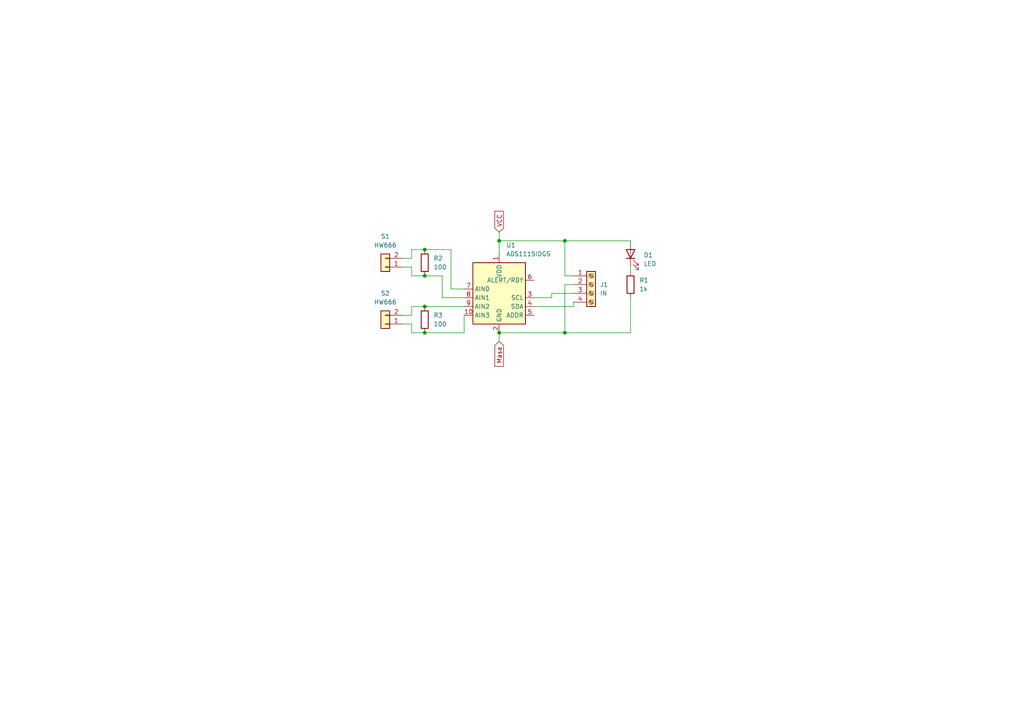
<source format=kicad_sch>
(kicad_sch (version 20230121) (generator eeschema)
  (paper "A4")
  (lib_symbols
    (symbol "Analog_ADC:ADS1115IDGS"
      (property "Reference" "U1" (at 2.0194 15.24 0))
      (property "Value" "ADS1115IDGS" (at 2.0194 12.7 0))
      (symbol "ADS1115IDGS_0_1"
        (rectangle (start -7.62 10.16) (end 7.62 -7.62) (stroke (width 0.254)) (fill (type background)))
      )
      (symbol "ADS1115IDGS_1_1"
        (pin power_in line (at 0 12.7 270) (length 2.54) (name "VDD") (number "1"))
        (pin input line (at -10.16 -5.08 0) (length 2.54) (name "AIN3") (number "10"))
        (pin power_in line (at 0 -10.16 90) (length 2.54) (name "GND") (number "2"))
        (pin input line (at 10.16 0 180) (length 2.54) (name "SCL") (number "3"))
        (pin bidirectional line (at 10.16 -2.54 180) (length 2.54) (name "SDA") (number "4"))
        (pin input line (at 10.16 -5.08 180) (length 2.54) (name "ADDR") (number "5"))
        (pin output line (at 10.16 5.08 180) (length 2.54) (name "ALERT/RDY") (number "6"))
        (pin input line (at -10.16 2.54 0) (length 2.54) (name "AIN0") (number "7"))
        (pin input line (at -10.16 0 0) (length 2.54) (name "AIN1") (number "8"))
        (pin input line (at -10.16 -2.54 0) (length 2.54) (name "AIN2") (number "9"))
      )
    )
    (symbol "Conn_01x02_1" (pin_names (offset 1.016) hide)
      (property "Reference" "S1" (at 0 -8.89 0))
      (property "Value" "HW666" (at 0 -6.35 0))
      (symbol "Conn_01x02_1_1_1"
        (rectangle (start -1.27 -2.413) (end 0 -2.667) (stroke (width 0.1524)))
        (rectangle (start -1.27 0.127) (end 0 -0.127) (stroke (width 0.1524)))
        (rectangle (start -1.27 1.27) (end 1.27 -3.81) (stroke (width 0.254)) (fill (type background)))
        (pin passive line (at -5.08 0 0) (length 3.81) (name "Pin_1") (number "1"))
        (pin passive line (at -5.08 -2.54 0) (length 3.81) (name "Pin_2") (number "2"))
      )
    )
    (symbol "Connector:Screw_Terminal_01x04" (pin_names (offset 1.016) hide)
      (property "Reference" "J" (at 0 5.08 0))
      (property "Value" "Screw_Terminal_01x04" (at 0 -7.62 0))
      (symbol "Screw_Terminal_01x04_1_1"
        (rectangle (start -1.27 3.81) (end 1.27 -6.35) (stroke (width 0.254)) (fill (type background)))
        (circle (center 0 -5.08) (radius 0.635) (stroke (width 0.1524)))
        (circle (center 0 -2.54) (radius 0.635) (stroke (width 0.1524)))
        (polyline (pts (xy -0.5334 -4.7498) (xy 0.3302 -5.588)) (stroke (width 0.1524)))
        (polyline (pts (xy -0.5334 -2.2098) (xy 0.3302 -3.048)) (stroke (width 0.1524)))
        (polyline (pts (xy -0.5334 0.3302) (xy 0.3302 -0.508)) (stroke (width 0.1524)))
        (polyline (pts (xy -0.5334 2.8702) (xy 0.3302 2.032)) (stroke (width 0.1524)))
        (polyline (pts (xy -0.3556 -4.572) (xy 0.508 -5.4102)) (stroke (width 0.1524)))
        (polyline (pts (xy -0.3556 -2.032) (xy 0.508 -2.8702)) (stroke (width 0.1524)))
        (polyline (pts (xy -0.3556 0.508) (xy 0.508 -0.3302)) (stroke (width 0.1524)))
        (polyline (pts (xy -0.3556 3.048) (xy 0.508 2.2098)) (stroke (width 0.1524)))
        (circle (center 0 0) (radius 0.635) (stroke (width 0.1524)))
        (circle (center 0 2.54) (radius 0.635) (stroke (width 0.1524)))
        (pin passive line (at -5.08 2.54 0) (length 3.81) (name "Pin_1") (number "1"))
        (pin passive line (at -5.08 0 0) (length 3.81) (name "Pin_2") (number "2"))
        (pin passive line (at -5.08 -2.54 0) (length 3.81) (name "Pin_3") (number "3"))
        (pin passive line (at -5.08 -5.08 0) (length 3.81) (name "Pin_4") (number "4"))
      )
    )
    (symbol "Connector_Generic:Conn_01x02" (pin_names (offset 1.016) hide)
      (property "Reference" "S2" (at 0 -8.89 0))
      (property "Value" "HW666" (at 0 -6.35 0))
      (symbol "Conn_01x02_1_1"
        (rectangle (start -1.27 -2.413) (end 0 -2.667) (stroke (width 0.1524)))
        (rectangle (start -1.27 0.127) (end 0 -0.127) (stroke (width 0.1524)))
        (rectangle (start -1.27 1.27) (end 1.27 -3.81) (stroke (width 0.254)) (fill (type background)))
        (pin passive line (at -5.08 0 0) (length 3.81) (name "Pin_1") (number "1"))
        (pin passive line (at -5.08 -2.54 0) (length 3.81) (name "Pin_2") (number "2"))
      )
    )
    (symbol "Device:LED" (pin_numbers hide) (pin_names (offset 1.016) hide)
      (property "Reference" "D" (at 0 2.54 0))
      (property "Value" "LED" (at 0 -2.54 0))
      (symbol "LED_0_1"
        (polyline (pts (xy -1.27 -1.27) (xy -1.27 1.27)) (stroke (width 0.254)))
        (polyline (pts (xy -1.27 0) (xy 1.27 0)))
        (polyline (pts (xy 1.27 -1.27) (xy 1.27 1.27) (xy -1.27 0) (xy 1.27 -1.27)) (stroke (width 0.254)))
        (polyline (pts (xy -3.048 -0.762) (xy -4.572 -2.286) (xy -3.81 -2.286) (xy -4.572 -2.286) (xy -4.572 -1.524)))
        (polyline (pts (xy -1.778 -0.762) (xy -3.302 -2.286) (xy -2.54 -2.286) (xy -3.302 -2.286) (xy -3.302 -1.524)))
      )
      (symbol "LED_1_1"
        (pin passive line (at -3.81 0 0) (length 2.54) (name "K") (number "1"))
        (pin passive line (at 3.81 0 180) (length 2.54) (name "A") (number "2"))
      )
    )
    (symbol "Device:R" (pin_numbers hide) (pin_names (offset 0))
      (property "Reference" "R" (at 2.032 0 90))
      (property "Value" "R" (at 0 0 90))
      (symbol "R_0_1"
        (rectangle (start -1.016 -2.54) (end 1.016 2.54) (stroke (width 0.254)))
      )
      (symbol "R_1_1"
        (pin passive line (at 0 3.81 270) (length 1.27) (name "~") (number "1"))
        (pin passive line (at 0 -3.81 90) (length 1.27) (name "~") (number "2"))
      )
    )
  )
  (junction (at 123.19 80.01))
  (junction (at 144.78 96.52))
  (junction (at 123.19 96.52))
  (junction (at 123.19 88.9))
  (junction (at 163.83 69.85))
  (junction (at 144.78 69.85))
  (junction (at 163.83 96.52))
  (junction (at 123.19 72.39))
  (wire (pts (xy 163.83 82.55) (xy 163.83 96.52)))
  (wire (pts (xy 119.38 80.01) (xy 123.19 80.01)))
  (wire (pts (xy 134.62 96.52) (xy 123.19 96.52)))
  (wire (pts (xy 134.62 86.36) (xy 128.27 86.36)))
  (wire (pts (xy 166.37 85.09) (xy 160.02 85.09)))
  (wire (pts (xy 119.38 93.98) (xy 119.38 96.52)))
  (wire (pts (xy 144.78 67.31) (xy 144.78 69.85)))
  (wire (pts (xy 119.38 77.47) (xy 119.38 80.01)))
  (wire (pts (xy 119.38 88.9) (xy 123.19 88.9)))
  (wire (pts (xy 144.78 73.66) (xy 144.78 69.85)))
  (wire (pts (xy 182.88 86.36) (xy 182.88 96.52)))
  (wire (pts (xy 134.62 91.44) (xy 134.62 96.52)))
  (wire (pts (xy 130.81 72.39) (xy 123.19 72.39)))
  (wire (pts (xy 166.37 80.01) (xy 163.83 80.01)))
  (wire (pts (xy 144.78 96.52) (xy 163.83 96.52)))
  (wire (pts (xy 123.19 88.9) (xy 134.62 88.9)))
  (wire (pts (xy 128.27 86.36) (xy 128.27 80.01)))
  (wire (pts (xy 160.02 85.09) (xy 160.02 86.36)))
  (wire (pts (xy 166.37 82.55) (xy 163.83 82.55)))
  (wire (pts (xy 116.84 91.44) (xy 119.38 91.44)))
  (wire (pts (xy 119.38 91.44) (xy 119.38 88.9)))
  (wire (pts (xy 163.83 69.85) (xy 182.88 69.85)))
  (wire (pts (xy 144.78 96.52) (xy 144.78 99.06)))
  (wire (pts (xy 163.83 96.52) (xy 182.88 96.52)))
  (wire (pts (xy 119.38 72.39) (xy 123.19 72.39)))
  (wire (pts (xy 116.84 93.98) (xy 119.38 93.98)))
  (wire (pts (xy 116.84 74.93) (xy 119.38 74.93)))
  (wire (pts (xy 166.37 87.63) (xy 166.37 88.9)))
  (wire (pts (xy 154.94 88.9) (xy 166.37 88.9)))
  (wire (pts (xy 154.94 86.36) (xy 160.02 86.36)))
  (wire (pts (xy 144.78 69.85) (xy 163.83 69.85)))
  (wire (pts (xy 116.84 77.47) (xy 119.38 77.47)))
  (wire (pts (xy 134.62 83.82) (xy 130.81 83.82)))
  (wire (pts (xy 119.38 96.52) (xy 123.19 96.52)))
  (wire (pts (xy 182.88 78.74) (xy 182.88 77.47)))
  (wire (pts (xy 163.83 69.85) (xy 163.83 80.01)))
  (wire (pts (xy 130.81 83.82) (xy 130.81 72.39)))
  (wire (pts (xy 128.27 80.01) (xy 123.19 80.01)))
  (wire (pts (xy 119.38 74.93) (xy 119.38 72.39)))
  (global_label "Masa" (shape input) (at 144.78 99.06 270) (property "Intersheetrefs" "${INTERSHEET_REFS}" (effects hide)))
  (global_label "VCC" (shape input) (at 144.78 67.31 90) (property "Intersheetrefs" "${INTERSHEET_REFS}" (effects hide)))
  (symbol (lib_id "Device:R") (at 123.19 76.2 0) (unit 1)
    (property "Reference" "R2" (at 125.73 74.9299 0) (effects (justify left)))
    (property "Value" "100" (at 125.73 77.4699 0) (effects (justify left)))
    (property "Footprint" "Resistor_THT:R_Axial_DIN0207_L6.3mm_D2.5mm_P7.62mm_Horizontal" (effects hide))
  )
  (symbol (lib_id "Device:LED") (at 182.88 73.66 90) (unit 1)
    (property "Reference" "D1" (at 186.69 73.9774 90) (effects (justify right)))
    (property "Value" "LED" (at 186.69 76.5174 90) (effects (justify right)))
    (property "Footprint" "LED_THT:LED_D3.0mm" (effects hide))
  )
  (symbol (lib_id "Device:R") (at 182.88 82.55 180) (unit 1)
    (property "Reference" "R1" (at 185.42 81.2799 0) (effects (justify right)))
    (property "Value" "1k" (at 185.42 83.8199 0) (effects (justify right)))
    (property "Footprint" "Resistor_THT:R_Axial_DIN0207_L6.3mm_D2.5mm_P7.62mm_Horizontal" (effects hide))
  )
  (symbol (lib_name "Conn_01x02_1") (lib_id "Connector_Generic:Conn_01x02") (at 111.76 77.47 180) (unit 1)
    (property "Reference" "S1" (at 111.76 68.58 0))
    (property "Value" "HW666" (at 111.76 71.12 0))
    (property "Footprint" "Connector_PinHeader_2.54mm:PinHeader_1x02_P2.54mm_Vertical" (effects hide))
  )
  (symbol (lib_id "Analog_ADC:ADS1115IDGS") (at 144.78 86.36 0) (unit 1)
    (property "Reference" "U1" (at 146.7994 71.12 0) (effects (justify left)))
    (property "Value" "ADS1115IDGS" (at 146.7994 73.66 0) (effects (justify left)))
    (property "Footprint" "Connector_PinHeader_2.54mm:PinHeader_1x10_P2.54mm_Vertical" (effects hide))
    (property "Datasheet" "http://www.ti.com/lit/ds/symlink/ads1113.pdf" (effects hide))
  )
  (symbol (lib_id "Connector_Generic:Conn_01x02") (at 111.76 93.98 180) (unit 1)
    (property "Reference" "S2" (at 111.76 85.09 0))
    (property "Value" "HW666" (at 111.76 87.63 0))
    (property "Footprint" "Connector_PinHeader_2.54mm:PinHeader_1x02_P2.54mm_Vertical" (effects hide))
  )
  (symbol (lib_id "Device:R") (at 123.19 92.71 0) (unit 1)
    (property "Reference" "R3" (at 125.73 91.4399 0) (effects (justify left)))
    (property "Value" "100" (at 125.73 93.9799 0) (effects (justify left)))
    (property "Footprint" "Resistor_THT:R_Axial_DIN0207_L6.3mm_D2.5mm_P7.62mm_Horizontal" (effects hide))
  )
  (symbol (lib_id "Connector:Screw_Terminal_01x04") (at 171.45 82.55 0) (unit 1)
    (property "Reference" "J1" (at 173.99 82.5499 0) (effects (justify left)))
    (property "Value" "IN" (at 173.99 85.0899 0) (effects (justify left)))
    (property "Footprint" "TerminalBlock_Phoenix:TerminalBlock_Phoenix_MPT-0,5-4-2.54_1x04_P2.54mm_Horizontal" (effects hide))
  )
)
</source>
